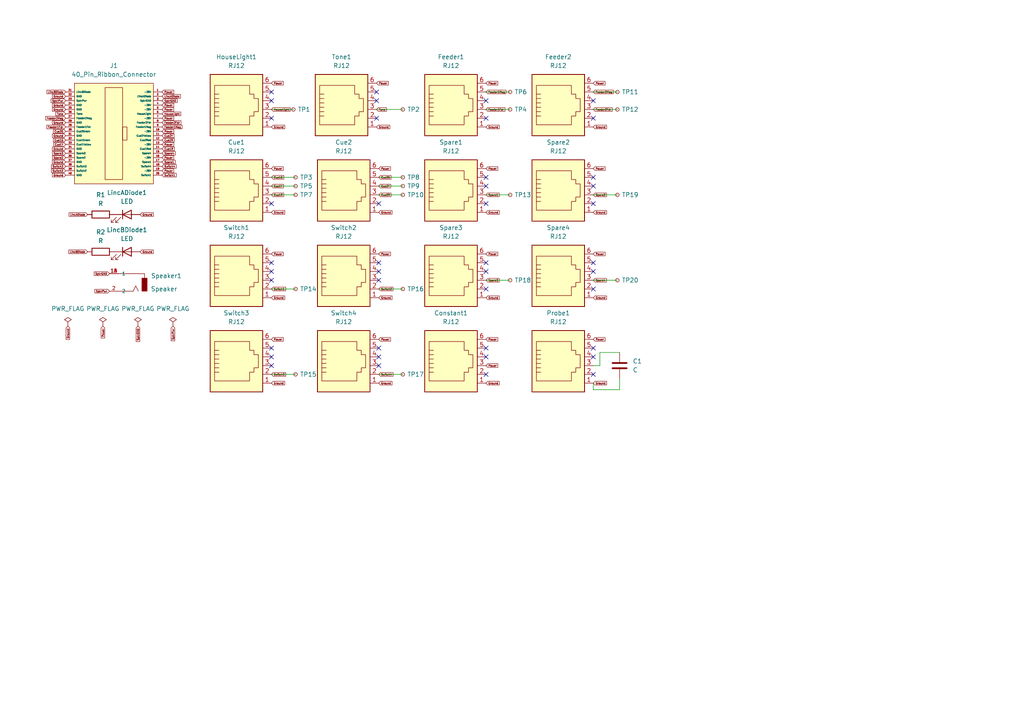
<source format=kicad_sch>
(kicad_sch (version 20211123) (generator eeschema)
  (paper "A4")
  (lib_symbols
    (symbol "Connector:RJ12" (pin_names (offset 1.016))
      (property "Reference" "J" (at -5.08 11.43 0))
      (property "Value" "RJ12" (at 2.54 11.43 0))
      (symbol "RJ12_0_1"
        (polyline (pts (xy -6.35 -1.905) (xy -5.08 -1.905) (xy -5.08 -1.905)))
        (polyline (pts (xy -6.35 -0.635) (xy -5.08 -0.635) (xy -5.08 -0.635)))
        (polyline (pts (xy -6.35 0.635) (xy -5.08 0.635) (xy -5.08 0.635)))
        (polyline (pts (xy -6.35 1.905) (xy -5.08 1.905) (xy -5.08 1.905)))
        (polyline (pts (xy -6.35 3.175) (xy -5.08 3.175) (xy -5.08 3.175)))
        (polyline (pts (xy -5.08 4.445) (xy -6.35 4.445) (xy -6.35 4.445)))
        (polyline (pts (xy -6.35 -4.445) (xy -6.35 6.985) (xy 3.81 6.985) (xy 3.81 4.445) (xy 5.08 4.445) (xy 5.08 3.175) (xy 6.35 3.175) (xy 6.35 -0.635) (xy 5.08 -0.635) (xy 5.08 -1.905) (xy 3.81 -1.905) (xy 3.81 -4.445) (xy -6.35 -4.445) (xy -6.35 -4.445)))
        (rectangle (start 7.62 10.16) (end -7.62 -7.62) (stroke (width 0.254)) (fill (type background)))
      )
      (symbol "RJ12_1_1"
        (pin passive line (at 10.16 -5.08 180) (length 2.54) (name "~") (number "1"))
        (pin passive line (at 10.16 -2.54 180) (length 2.54) (name "~") (number "2"))
        (pin passive line (at 10.16 0 180) (length 2.54) (name "~") (number "3"))
        (pin passive line (at 10.16 2.54 180) (length 2.54) (name "~") (number "4"))
        (pin passive line (at 10.16 5.08 180) (length 2.54) (name "~") (number "5"))
        (pin passive line (at 10.16 7.62 180) (length 2.54) (name "~") (number "6"))
      )
    )
    (symbol "Connector:TestPoint_Small" (pin_numbers hide) (pin_names (offset 0.762) hide)
      (property "Reference" "TP" (at 0 3.81 0))
      (property "Value" "TestPoint_Small" (at 0 2.032 0))
      (symbol "TestPoint_Small_0_1"
        (circle (center 0 0) (radius 0.508))
      )
      (symbol "TestPoint_Small_1_1"
        (pin passive line (at 0 0 90) (length 0) (name "1") (number "1"))
      )
    )
    (symbol "Device:C" (pin_numbers hide) (pin_names (offset 0.254))
      (property "Reference" "C" (at 0.635 2.54 0))
      (property "Value" "C" (at 0.635 -2.54 0))
      (symbol "C_0_1"
        (polyline (pts (xy -2.032 -0.762) (xy 2.032 -0.762)) (stroke (width 0.508)))
        (polyline (pts (xy -2.032 0.762) (xy 2.032 0.762)) (stroke (width 0.508)))
      )
      (symbol "C_1_1"
        (pin passive line (at 0 3.81 270) (length 2.794) (name "~") (number "1"))
        (pin passive line (at 0 -3.81 90) (length 2.794) (name "~") (number "2"))
      )
    )
    (symbol "Device:LED" (pin_numbers hide) (pin_names (offset 1.016) hide)
      (property "Reference" "D" (at 0 2.54 0))
      (property "Value" "LED" (at 0 -2.54 0))
      (symbol "LED_0_1"
        (polyline (pts (xy -1.27 -1.27) (xy -1.27 1.27)) (stroke (width 0.254)))
        (polyline (pts (xy -1.27 0) (xy 1.27 0)))
        (polyline (pts (xy 1.27 -1.27) (xy 1.27 1.27) (xy -1.27 0) (xy 1.27 -1.27)) (stroke (width 0.254)))
        (polyline (pts (xy -3.048 -0.762) (xy -4.572 -2.286) (xy -3.81 -2.286) (xy -4.572 -2.286) (xy -4.572 -1.524)))
        (polyline (pts (xy -1.778 -0.762) (xy -3.302 -2.286) (xy -2.54 -2.286) (xy -3.302 -2.286) (xy -3.302 -1.524)))
      )
      (symbol "LED_1_1"
        (pin passive line (at -3.81 0 0) (length 2.54) (name "K") (number "1"))
        (pin passive line (at 3.81 0 180) (length 2.54) (name "A") (number "2"))
      )
    )
    (symbol "Device:R" (pin_numbers hide) (pin_names (offset 0))
      (property "Reference" "R" (at 2.032 0 90))
      (property "Value" "R" (at 0 0 90))
      (symbol "R_0_1"
        (rectangle (start -1.016 -2.54) (end 1.016 2.54) (stroke (width 0.254)))
      )
      (symbol "R_1_1"
        (pin passive line (at 0 3.81 270) (length 1.27) (name "~") (number "1"))
        (pin passive line (at 0 -3.81 90) (length 1.27) (name "~") (number "2"))
      )
    )
    (symbol "RCJ-021:RCJ-021" (pin_names (offset 1.016))
      (property "Reference" "J" (at -2.5434 3.815 0))
      (property "Value" "RCJ-021" (at -2.5418 -6.3546 0))
      (symbol "RCJ-021_0_0"
        (rectangle (start -3.307 -2.5438) (end -1.778 1.27) (stroke (width 0.1)) (fill (type outline)))
        (polyline (pts (xy -2.54 2.54) (xy -2.54 1.27)) (stroke (width 0.1524)))
        (polyline (pts (xy 0 -1.016) (xy -0.762 -2.54)) (stroke (width 0.1524)))
        (polyline (pts (xy 0.762 -2.54) (xy 0 -1.016)) (stroke (width 0.1524)))
        (polyline (pts (xy 2.54 -2.54) (xy 0.762 -2.54)) (stroke (width 0.1524)))
        (polyline (pts (xy 5.08 -2.54) (xy 2.54 -2.54)) (stroke (width 0.1524)))
        (polyline (pts (xy 5.08 2.54) (xy -2.54 2.54)) (stroke (width 0.1524)))
        (pin passive line (at 7.62 2.54 180) (length 2.54) (name "1") (number "1A"))
        (pin passive line (at 7.62 2.54 180) (length 2.54) (name "1") (number "1B"))
        (pin passive line (at 7.62 -2.54 180) (length 2.54) (name "2") (number "2"))
      )
    )
    (symbol "TNEL:40_Pin_Ribbon_Connector"
      (property "Reference" "J1" (at -7.62 16.51 0))
      (property "Value" "40_Pin_Ribbon_Connector" (at -7.62 13.97 0))
      (symbol "40_Pin_Ribbon_Connector_0_1"
        (rectangle (start -19.05 11.43) (end 3.81 -17.78) (fill (type background)))
        (rectangle (start -10.16 10.16) (end -5.08 -16.51) (fill (type background)))
        (rectangle (start -5.08 -1.27) (end -3.81 -5.08) (fill (type background)))
      )
      (symbol "40_Pin_Ribbon_Connector_1_1"
        (pin power_in line (at 6.35 8.89 180) (length 2.54) (name "-28V") (number "1"))
        (pin power_in line (at 6.35 -2.54 180) (length 2.54) (name "-28V") (number "10"))
        (pin input line (at 6.35 -3.81 180) (length 2.54) (name "Cue2Yellow") (number "11"))
        (pin input line (at 6.35 -5.08 180) (length 2.54) (name "Cue2Red") (number "12"))
        (pin power_in line (at 6.35 -6.35 180) (length 2.54) (name "-28V") (number "13"))
        (pin input line (at 6.35 -7.62 180) (length 2.54) (name "Cue1Red") (number "14"))
        (pin input line (at 6.35 -8.89 180) (length 2.54) (name "Spare4") (number "15"))
        (pin power_in line (at 6.35 -10.16 180) (length 2.54) (name "-28V") (number "16"))
        (pin input line (at 6.35 -11.43 180) (length 2.54) (name "Spare1") (number "17"))
        (pin output line (at 6.35 -12.7 180) (length 2.54) (name "Switch4") (number "18"))
        (pin power_in line (at 6.35 -13.97 180) (length 2.54) (name "-28V") (number "19"))
        (pin output line (at 6.35 7.62 180) (length 2.54) (name "LincADiode") (number "2"))
        (pin output line (at 6.35 -15.24 180) (length 2.54) (name "Switch1") (number "20"))
        (pin output line (at -21.59 8.89 0) (length 2.54) (name "LincBDiode") (number "21"))
        (pin power_in line (at -21.59 7.62 0) (length 2.54) (name "GND") (number "22"))
        (pin input line (at -21.59 6.35 0) (length 2.54) (name "SpkrPwr") (number "23"))
        (pin power_in line (at -21.59 5.08 0) (length 2.54) (name "GND") (number "24"))
        (pin power_in line (at -21.59 3.81 0) (length 2.54) (name "GND") (number "25"))
        (pin input line (at -21.59 2.54 0) (length 2.54) (name "Tone") (number "26"))
        (pin input line (at -21.59 1.27 0) (length 2.54) (name "Feeder2Mag") (number "27"))
        (pin power_in line (at -21.59 0 0) (length 2.54) (name "GND") (number "28"))
        (pin input line (at -21.59 -1.27 0) (length 2.54) (name "Feeder1Fdr") (number "29"))
        (pin input line (at 6.35 6.35 180) (length 2.54) (name "SpkrGND") (number "3"))
        (pin input line (at -21.59 -2.54 0) (length 2.54) (name "Cue2Green") (number "30"))
        (pin power_in line (at -21.59 -3.81 0) (length 2.54) (name "GND") (number "31"))
        (pin input line (at -21.59 -5.08 0) (length 2.54) (name "Cue1Green") (number "32"))
        (pin input line (at -21.59 -6.35 0) (length 2.54) (name "Cue1Yellow") (number "33"))
        (pin power_in line (at -21.59 -7.62 0) (length 2.54) (name "GND") (number "34"))
        (pin input line (at -21.59 -8.89 0) (length 2.54) (name "Spare3") (number "35"))
        (pin input line (at -21.59 -10.16 0) (length 2.54) (name "Spare2") (number "36"))
        (pin power_in line (at -21.59 -11.43 0) (length 2.54) (name "GND") (number "37"))
        (pin output line (at -21.59 -12.7 0) (length 2.54) (name "Switch3") (number "38"))
        (pin output line (at -21.59 -13.97 0) (length 2.54) (name "Switch2") (number "39"))
        (pin power_in line (at 6.35 5.08 180) (length 2.54) (name "-28V") (number "4"))
        (pin power_in line (at -21.59 -15.24 0) (length 2.54) (name "GND") (number "40"))
        (pin power_in line (at 6.35 3.81 180) (length 2.54) (name "-28V") (number "5"))
        (pin input line (at 6.35 2.54 180) (length 2.54) (name "HouseLight") (number "6"))
        (pin power_in line (at 6.35 1.27 180) (length 2.54) (name "-28V") (number "7"))
        (pin input line (at 6.35 0 180) (length 2.54) (name "Feeder2Fdr") (number "8"))
        (pin input line (at 6.35 -1.27 180) (length 2.54) (name "Feeder1Mag") (number "9"))
      )
    )
    (symbol "power:PWR_FLAG" (power) (pin_numbers hide) (pin_names (offset 0) hide)
      (property "Value" "PWR_FLAG" (at 0 3.81 0))
      (symbol "PWR_FLAG_0_0"
        (pin power_out line (at 0 0 90) (length 0) (name "pwr") (number "1"))
      )
      (symbol "PWR_FLAG_0_1"
        (polyline (pts (xy 0 0) (xy 0 1.27) (xy -1.016 1.905) (xy 0 2.54) (xy 1.016 1.905) (xy 0 1.27)))
      )
    )
  )
  (no_connect (at 140.97 29.21))
  (no_connect (at 172.085 29.21))
  (no_connect (at 140.97 100.965))
  (no_connect (at 140.97 103.505))
  (no_connect (at 140.97 108.585))
  (no_connect (at 172.085 100.965))
  (no_connect (at 172.085 103.505))
  (no_connect (at 172.085 108.585))
  (no_connect (at 172.085 83.82))
  (no_connect (at 172.085 78.74))
  (no_connect (at 172.085 76.2))
  (no_connect (at 140.97 78.74))
  (no_connect (at 140.97 76.2))
  (no_connect (at 140.97 83.82))
  (no_connect (at 109.855 106.045))
  (no_connect (at 109.855 78.74))
  (no_connect (at 109.855 81.28))
  (no_connect (at 109.855 76.2))
  (no_connect (at 78.74 81.28))
  (no_connect (at 109.855 103.505))
  (no_connect (at 109.855 100.965))
  (no_connect (at 78.74 106.045))
  (no_connect (at 78.74 103.505))
  (no_connect (at 78.74 100.965))
  (no_connect (at 78.74 59.055))
  (no_connect (at 78.74 76.2))
  (no_connect (at 78.74 78.74))
  (no_connect (at 78.74 34.29))
  (no_connect (at 78.74 29.21))
  (no_connect (at 78.74 26.67))
  (no_connect (at 109.855 59.055))
  (no_connect (at 109.22 29.21))
  (no_connect (at 109.22 26.67))
  (no_connect (at 140.97 34.29))
  (no_connect (at 140.97 59.055))
  (no_connect (at 140.97 53.975))
  (no_connect (at 140.97 51.435))
  (no_connect (at 172.085 34.29))
  (no_connect (at 172.085 51.435))
  (no_connect (at 172.085 53.975))
  (no_connect (at 172.085 59.055))
  (no_connect (at 109.22 34.29))
  (wire (pts (xy 109.855 53.975) (xy 116.84 53.975)))
  (wire (pts (xy 78.74 108.585) (xy 85.725 108.585)))
  (wire (pts (xy 140.97 31.75) (xy 147.955 31.75)))
  (wire (pts (xy 78.74 56.515) (xy 85.725 56.515)))
  (wire (pts (xy 172.085 56.515) (xy 179.07 56.515)))
  (wire (pts (xy 140.97 26.67) (xy 147.955 26.67)))
  (wire (pts (xy 78.74 51.435) (xy 85.725 51.435)))
  (wire (pts (xy 179.705 113.03) (xy 172.085 113.03)))
  (wire (pts (xy 109.855 56.515) (xy 116.84 56.515)))
  (wire (pts (xy 173.99 106.045) (xy 172.085 106.045)))
  (wire (pts (xy 78.74 31.75) (xy 85.09 31.75)))
  (wire (pts (xy 140.97 81.28) (xy 147.955 81.28)))
  (wire (pts (xy 172.085 26.67) (xy 179.07 26.67)))
  (wire (pts (xy 179.705 102.235) (xy 173.99 102.235)))
  (wire (pts (xy 179.705 109.855) (xy 179.705 113.03)))
  (wire (pts (xy 140.97 56.515) (xy 147.955 56.515)))
  (wire (pts (xy 109.855 83.82) (xy 116.84 83.82)))
  (wire (pts (xy 78.74 83.82) (xy 85.725 83.82)))
  (wire (pts (xy 109.855 51.435) (xy 116.84 51.435)))
  (wire (pts (xy 78.74 53.975) (xy 85.725 53.975)))
  (wire (pts (xy 172.085 31.75) (xy 179.07 31.75)))
  (wire (pts (xy 109.855 108.585) (xy 116.84 108.585)))
  (wire (pts (xy 172.085 113.03) (xy 172.085 111.125)))
  (wire (pts (xy 172.085 81.28) (xy 179.07 81.28)))
  (wire (pts (xy 109.22 31.75) (xy 116.84 31.75)))
  (wire (pts (xy 173.99 102.235) (xy 173.99 106.045)))
  (global_label "Power" (shape input) (at 46.99 45.72 0) (effects (font (size 0.54 0.54))) (property "Intersheet References" "${INTERSHEET_REFS}" (effects hide)))
  (global_label "Ground" (shape input) (at 19.685 94.615 270) (effects (font (size 0.54 0.54))) (property "Intersheet References" "${INTERSHEET_REFS}" (effects hide)))
  (global_label "Power" (shape input) (at 78.74 73.66 0) (effects (font (size 0.54 0.54))) (property "Intersheet References" "${INTERSHEET_REFS}" (effects hide)))
  (global_label "Switch4" (shape input) (at 46.99 48.26 0) (effects (font (size 0.54 0.54))) (property "Intersheet References" "${INTERSHEET_REFS}" (effects hide)))
  (global_label "Power" (shape input) (at 109.22 24.13 0) (effects (font (size 0.54 0.54))) (property "Intersheet References" "${INTERSHEET_REFS}" (effects hide)))
  (global_label "LincADiode" (shape input) (at 25.4 62.23 180) (effects (font (size 0.54 0.54))) (property "Intersheet References" "${INTERSHEET_REFS}" (effects hide)))
  (global_label "Power" (shape input) (at 46.99 41.91 0) (effects (font (size 0.54 0.54))) (property "Intersheet References" "${INTERSHEET_REFS}" (effects hide)))
  (global_label "Ground" (shape input) (at 19.05 30.48 180) (effects (font (size 0.54 0.54))) (property "Intersheet References" "${INTERSHEET_REFS}" (effects hide)))
  (global_label "Switch4" (shape input) (at 109.855 108.585 0) (effects (font (size 0.54 0.54))) (property "Intersheet References" "${INTERSHEET_REFS}" (effects hide)))
  (global_label "Ground" (shape input) (at 109.22 36.83 0) (effects (font (size 0.54 0.54))) (property "Intersheet References" "${INTERSHEET_REFS}" (effects hide)))
  (global_label "Ground" (shape input) (at 19.05 31.75 180) (effects (font (size 0.54 0.54))) (property "Intersheet References" "${INTERSHEET_REFS}" (effects hide)))
  (global_label "Cue2G" (shape input) (at 109.855 51.435 0) (effects (font (size 0.54 0.54))) (property "Intersheet References" "${INTERSHEET_REFS}" (effects hide)))
  (global_label "Feeder1Fdr" (shape input) (at 140.97 31.75 0) (effects (font (size 0.54 0.54))) (property "Intersheet References" "${INTERSHEET_REFS}" (effects hide)))
  (global_label "Tone" (shape input) (at 19.05 33.02 180) (effects (font (size 0.54 0.54))) (property "Intersheet References" "${INTERSHEET_REFS}" (effects hide)))
  (global_label "Power" (shape input) (at 140.97 73.66 0) (effects (font (size 0.54 0.54))) (property "Intersheet References" "${INTERSHEET_REFS}" (effects hide)))
  (global_label "SpkrPwr" (shape input) (at 19.05 29.21 180) (effects (font (size 0.54 0.54))) (property "Intersheet References" "${INTERSHEET_REFS}" (effects hide)))
  (global_label "Spare4" (shape input) (at 46.99 44.45 0) (effects (font (size 0.54 0.54))) (property "Intersheet References" "${INTERSHEET_REFS}" (effects hide)))
  (global_label "Power" (shape input) (at 140.97 24.13 0) (effects (font (size 0.54 0.54))) (property "Intersheet References" "${INTERSHEET_REFS}" (effects hide)))
  (global_label "Spare4" (shape input) (at 172.085 81.28 0) (effects (font (size 0.54 0.54))) (property "Intersheet References" "${INTERSHEET_REFS}" (effects hide)))
  (global_label "Ground" (shape input) (at 109.855 86.36 0) (effects (font (size 0.54 0.54))) (property "Intersheet References" "${INTERSHEET_REFS}" (effects hide)))
  (global_label "Ground" (shape input) (at 172.085 61.595 0) (effects (font (size 0.54 0.54))) (property "Intersheet References" "${INTERSHEET_REFS}" (effects hide)))
  (global_label "Spare1" (shape input) (at 140.97 56.515 0) (effects (font (size 0.54 0.54))) (property "Intersheet References" "${INTERSHEET_REFS}" (effects hide)))
  (global_label "Cue2R" (shape input) (at 109.855 56.515 0) (effects (font (size 0.54 0.54))) (property "Intersheet References" "${INTERSHEET_REFS}" (effects hide)))
  (global_label "Switch3" (shape input) (at 78.74 108.585 0) (effects (font (size 0.54 0.54))) (property "Intersheet References" "${INTERSHEET_REFS}" (effects hide)))
  (global_label "Ground" (shape input) (at 172.085 111.125 0) (effects (font (size 0.54 0.54))) (property "Intersheet References" "${INTERSHEET_REFS}" (effects hide)))
  (global_label "Ground" (shape input) (at 19.05 39.37 180) (effects (font (size 0.54 0.54))) (property "Intersheet References" "${INTERSHEET_REFS}" (effects hide)))
  (global_label "Ground" (shape input) (at 109.855 61.595 0) (effects (font (size 0.54 0.54))) (property "Intersheet References" "${INTERSHEET_REFS}" (effects hide)))
  (global_label "Power" (shape input) (at 140.97 106.045 0) (effects (font (size 0.54 0.54))) (property "Intersheet References" "${INTERSHEET_REFS}" (effects hide)))
  (global_label "Cue2Y" (shape input) (at 109.855 53.975 0) (effects (font (size 0.54 0.54))) (property "Intersheet References" "${INTERSHEET_REFS}" (effects hide)))
  (global_label "Cue1Y" (shape input) (at 19.05 41.91 180) (effects (font (size 0.54 0.54))) (property "Intersheet References" "${INTERSHEET_REFS}" (effects hide)))
  (global_label "Ground" (shape input) (at 19.05 27.94 180) (effects (font (size 0.54 0.54))) (property "Intersheet References" "${INTERSHEET_REFS}" (effects hide)))
  (global_label "Feeder2Mag" (shape input) (at 19.05 34.29 180) (effects (font (size 0.54 0.54))) (property "Intersheet References" "${INTERSHEET_REFS}" (effects hide)))
  (global_label "Ground" (shape input) (at 140.97 111.125 0) (effects (font (size 0.54 0.54))) (property "Intersheet References" "${INTERSHEET_REFS}" (effects hide)))
  (global_label "Spare3" (shape input) (at 140.97 81.28 0) (effects (font (size 0.54 0.54))) (property "Intersheet References" "${INTERSHEET_REFS}" (effects hide)))
  (global_label "Ground" (shape input) (at 19.05 50.8 180) (effects (font (size 0.54 0.54))) (property "Intersheet References" "${INTERSHEET_REFS}" (effects hide)))
  (global_label "Ground" (shape input) (at 172.085 36.83 0) (effects (font (size 0.54 0.54))) (property "Intersheet References" "${INTERSHEET_REFS}" (effects hide)))
  (global_label "Power" (shape input) (at 109.855 98.425 0) (effects (font (size 0.54 0.54))) (property "Intersheet References" "${INTERSHEET_REFS}" (effects hide)))
  (global_label "Ground" (shape input) (at 140.97 86.36 0) (effects (font (size 0.54 0.54))) (property "Intersheet References" "${INTERSHEET_REFS}" (effects hide)))
  (global_label "Feeder1Mag" (shape input) (at 46.99 36.83 0) (effects (font (size 0.54 0.54))) (property "Intersheet References" "${INTERSHEET_REFS}" (effects hide)))
  (global_label "Ground" (shape input) (at 78.74 86.36 0) (effects (font (size 0.54 0.54))) (property "Intersheet References" "${INTERSHEET_REFS}" (effects hide)))
  (global_label "Power" (shape input) (at 109.855 73.66 0) (effects (font (size 0.54 0.54))) (property "Intersheet References" "${INTERSHEET_REFS}" (effects hide)))
  (global_label "SpkrGND" (shape input) (at 31.75 79.375 180) (effects (font (size 0.54 0.54))) (property "Intersheet References" "${INTERSHEET_REFS}" (effects hide)))
  (global_label "Ground" (shape input) (at 140.97 61.595 0) (effects (font (size 0.54 0.54))) (property "Intersheet References" "${INTERSHEET_REFS}" (effects hide)))
  (global_label "Cue1R" (shape input) (at 78.74 56.515 0) (effects (font (size 0.54 0.54))) (property "Intersheet References" "${INTERSHEET_REFS}" (effects hide)))
  (global_label "Switch2" (shape input) (at 109.855 83.82 0) (effects (font (size 0.54 0.54))) (property "Intersheet References" "${INTERSHEET_REFS}" (effects hide)))
  (global_label "Ground" (shape input) (at 78.74 36.83 0) (effects (font (size 0.54 0.54))) (property "Intersheet References" "${INTERSHEET_REFS}" (effects hide)))
  (global_label "Power" (shape input) (at 109.855 48.895 0) (effects (font (size 0.54 0.54))) (property "Intersheet References" "${INTERSHEET_REFS}" (effects hide)))
  (global_label "Ground" (shape input) (at 40.64 73.025 0) (effects (font (size 0.54 0.54))) (property "Intersheet References" "${INTERSHEET_REFS}" (effects hide)))
  (global_label "Cue1Y" (shape input) (at 78.74 53.975 0) (effects (font (size 0.54 0.54))) (property "Intersheet References" "${INTERSHEET_REFS}" (effects hide)))
  (global_label "Power" (shape input) (at 172.085 24.13 0) (effects (font (size 0.54 0.54))) (property "Intersheet References" "${INTERSHEET_REFS}" (effects hide)))
  (global_label "Switch1" (shape input) (at 78.74 83.82 0) (effects (font (size 0.54 0.54))) (property "Intersheet References" "${INTERSHEET_REFS}" (effects hide)))
  (global_label "Power" (shape input) (at 172.085 48.895 0) (effects (font (size 0.54 0.54))) (property "Intersheet References" "${INTERSHEET_REFS}" (effects hide)))
  (global_label "SpkrPwr" (shape input) (at 50.165 94.615 270) (effects (font (size 0.54 0.54))) (property "Intersheet References" "${INTERSHEET_REFS}" (effects hide)))
  (global_label "Feeder2Fdr" (shape input) (at 46.99 35.56 0) (effects (font (size 0.54 0.54))) (property "Intersheet References" "${INTERSHEET_REFS}" (effects hide)))
  (global_label "Ground" (shape input) (at 40.64 62.23 0) (effects (font (size 0.54 0.54))) (property "Intersheet References" "${INTERSHEET_REFS}" (effects hide)))
  (global_label "Power" (shape input) (at 78.74 98.425 0) (effects (font (size 0.54 0.54))) (property "Intersheet References" "${INTERSHEET_REFS}" (effects hide)))
  (global_label "Power" (shape input) (at 46.99 38.1 0) (effects (font (size 0.54 0.54))) (property "Intersheet References" "${INTERSHEET_REFS}" (effects hide)))
  (global_label "Ground" (shape input) (at 140.97 36.83 0) (effects (font (size 0.54 0.54))) (property "Intersheet References" "${INTERSHEET_REFS}" (effects hide)))
  (global_label "SpkrPwr" (shape input) (at 31.75 84.455 180) (effects (font (size 0.54 0.54))) (property "Intersheet References" "${INTERSHEET_REFS}" (effects hide)))
  (global_label "SpkrGND" (shape input) (at 46.99 29.21 0) (effects (font (size 0.54 0.54))) (property "Intersheet References" "${INTERSHEET_REFS}" (effects hide)))
  (global_label "Tone" (shape input) (at 109.22 31.75 0) (effects (font (size 0.54 0.54))) (property "Intersheet References" "${INTERSHEET_REFS}" (effects hide)))
  (global_label "Feeder1Mag" (shape input) (at 140.97 26.67 0) (effects (font (size 0.54 0.54))) (property "Intersheet References" "${INTERSHEET_REFS}" (effects hide)))
  (global_label "Ground" (shape input) (at 19.05 35.56 180) (effects (font (size 0.54 0.54))) (property "Intersheet References" "${INTERSHEET_REFS}" (effects hide)))
  (global_label "Cue1G" (shape input) (at 19.05 40.64 180) (effects (font (size 0.54 0.54))) (property "Intersheet References" "${INTERSHEET_REFS}" (effects hide)))
  (global_label "Feeder2Fdr" (shape input) (at 172.085 31.75 0) (effects (font (size 0.54 0.54))) (property "Intersheet References" "${INTERSHEET_REFS}" (effects hide)))
  (global_label "Ground" (shape input) (at 109.855 111.125 0) (effects (font (size 0.54 0.54))) (property "Intersheet References" "${INTERSHEET_REFS}" (effects hide)))
  (global_label "Switch3" (shape input) (at 19.05 48.26 180) (effects (font (size 0.54 0.54))) (property "Intersheet References" "${INTERSHEET_REFS}" (effects hide)))
  (global_label "HouseLight" (shape input) (at 46.99 33.02 0) (effects (font (size 0.54 0.54))) (property "Intersheet References" "${INTERSHEET_REFS}" (effects hide)))
  (global_label "Power" (shape input) (at 46.99 26.67 0) (effects (font (size 0.54 0.54))) (property "Intersheet References" "${INTERSHEET_REFS}" (effects hide)))
  (global_label "Ground" (shape input) (at 78.74 111.125 0) (effects (font (size 0.54 0.54))) (property "Intersheet References" "${INTERSHEET_REFS}" (effects hide)))
  (global_label "Power" (shape input) (at 78.74 48.895 0) (effects (font (size 0.54 0.54))) (property "Intersheet References" "${INTERSHEET_REFS}" (effects hide)))
  (global_label "Spare1" (shape input) (at 46.99 46.99 0) (effects (font (size 0.54 0.54))) (property "Intersheet References" "${INTERSHEET_REFS}" (effects hide)))
  (global_label "Cue2Y" (shape input) (at 46.99 39.37 0) (effects (font (size 0.54 0.54))) (property "Intersheet References" "${INTERSHEET_REFS}" (effects hide)))
  (global_label "Switch1" (shape input) (at 46.99 50.8 0) (effects (font (size 0.54 0.54))) (property "Intersheet References" "${INTERSHEET_REFS}" (effects hide)))
  (global_label "Power" (shape input) (at 172.085 73.66 0) (effects (font (size 0.54 0.54))) (property "Intersheet References" "${INTERSHEET_REFS}" (effects hide)))
  (global_label "Power" (shape input) (at 172.085 98.425 0) (effects (font (size 0.54 0.54))) (property "Intersheet References" "${INTERSHEET_REFS}" (effects hide)))
  (global_label "LincBDiode" (shape input) (at 19.05 26.67 180) (effects (font (size 0.54 0.54))) (property "Intersheet References" "${INTERSHEET_REFS}" (effects hide)))
  (global_label "Spare3" (shape input) (at 19.05 44.45 180) (effects (font (size 0.54 0.54))) (property "Intersheet References" "${INTERSHEET_REFS}" (effects hide)))
  (global_label "Power" (shape input) (at 78.74 24.13 0) (effects (font (size 0.54 0.54))) (property "Intersheet References" "${INTERSHEET_REFS}" (effects hide)))
  (global_label "Power" (shape input) (at 140.97 98.425 0) (effects (font (size 0.54 0.54))) (property "Intersheet References" "${INTERSHEET_REFS}" (effects hide)))
  (global_label "Power" (shape input) (at 46.99 30.48 0) (effects (font (size 0.54 0.54))) (property "Intersheet References" "${INTERSHEET_REFS}" (effects hide)))
  (global_label "Cue2R" (shape input) (at 46.99 40.64 0) (effects (font (size 0.54 0.54))) (property "Intersheet References" "${INTERSHEET_REFS}" (effects hide)))
  (global_label "LincBDiode" (shape input) (at 25.4 73.025 180) (effects (font (size 0.54 0.54))) (property "Intersheet References" "${INTERSHEET_REFS}" (effects hide)))
  (global_label "Switch2" (shape input) (at 19.05 49.53 180) (effects (font (size 0.54 0.54))) (property "Intersheet References" "${INTERSHEET_REFS}" (effects hide)))
  (global_label "Ground" (shape input) (at 19.05 43.18 180) (effects (font (size 0.54 0.54))) (property "Intersheet References" "${INTERSHEET_REFS}" (effects hide)))
  (global_label "HouseLight" (shape input) (at 78.74 31.75 0) (effects (font (size 0.54 0.54))) (property "Intersheet References" "${INTERSHEET_REFS}" (effects hide)))
  (global_label "Power" (shape input) (at 46.99 49.53 0) (effects (font (size 0.54 0.54))) (property "Intersheet References" "${INTERSHEET_REFS}" (effects hide)))
  (global_label "Power" (shape input) (at 29.845 94.615 270) (effects (font (size 0.54 0.54))) (property "Intersheet References" "${INTERSHEET_REFS}" (effects hide)))
  (global_label "Ground" (shape input) (at 172.085 86.36 0) (effects (font (size 0.54 0.54))) (property "Intersheet References" "${INTERSHEET_REFS}" (effects hide)))
  (global_label "Cue1G" (shape input) (at 78.74 51.435 0) (effects (font (size 0.54 0.54))) (property "Intersheet References" "${INTERSHEET_REFS}" (effects hide)))
  (global_label "Power" (shape input) (at 46.99 34.29 0) (effects (font (size 0.54 0.54))) (property "Intersheet References" "${INTERSHEET_REFS}" (effects hide)))
  (global_label "LincADiode" (shape input) (at 46.99 27.94 0) (effects (font (size 0.54 0.54))) (property "Intersheet References" "${INTERSHEET_REFS}" (effects hide)))
  (global_label "Spare2" (shape input) (at 19.05 45.72 180) (effects (font (size 0.54 0.54))) (property "Intersheet References" "${INTERSHEET_REFS}" (effects hide)))
  (global_label "Cue1R" (shape input) (at 46.99 43.18 0) (effects (font (size 0.54 0.54))) (property "Intersheet References" "${INTERSHEET_REFS}" (effects hide)))
  (global_label "Feeder2Mag" (shape input) (at 172.085 26.67 0) (effects (font (size 0.54 0.54))) (property "Intersheet References" "${INTERSHEET_REFS}" (effects hide)))
  (global_label "Ground" (shape input) (at 78.74 61.595 0) (effects (font (size 0.54 0.54))) (property "Intersheet References" "${INTERSHEET_REFS}" (effects hide)))
  (global_label "Spare2" (shape input) (at 172.085 56.515 0) (effects (font (size 0.54 0.54))) (property "Intersheet References" "${INTERSHEET_REFS}" (effects hide)))
  (global_label "Power" (shape input) (at 46.99 31.75 0) (effects (font (size 0.54 0.54))) (property "Intersheet References" "${INTERSHEET_REFS}" (effects hide)))
  (global_label "SpkrGND" (shape input) (at 40.005 94.615 270) (effects (font (size 0.54 0.54))) (property "Intersheet References" "${INTERSHEET_REFS}" (effects hide)))
  (global_label "Feeder1Fdr" (shape input) (at 19.05 36.83 180) (effects (font (size 0.54 0.54))) (property "Intersheet References" "${INTERSHEET_REFS}" (effects hide)))
  (global_label "Ground" (shape input) (at 19.05 46.99 180) (effects (font (size 0.54 0.54))) (property "Intersheet References" "${INTERSHEET_REFS}" (effects hide)))
  (global_label "Cue2G" (shape input) (at 19.05 38.1 180) (effects (font (size 0.54 0.54))) (property "Intersheet References" "${INTERSHEET_REFS}" (effects hide)))
  (global_label "Power" (shape input) (at 140.97 48.895 0) (effects (font (size 0.54 0.54))) (property "Intersheet References" "${INTERSHEET_REFS}" (effects hide)))
  (symbol (lib_id "Connector:RJ12") (at 68.58 56.515 0) (unit 1)
    (property "Reference" "Cue1" (at 68.58 41.275 0))
    (property "Value" "RJ12" (at 68.58 43.815 0))
    (property "Footprint" "Connector_RJ:RJ12_Amphenol_54601" (effects hide))
  )
  (symbol (lib_id "Connector:TestPoint_Small") (at 116.84 51.435 0) (unit 1)
    (property "Reference" "TP8" (at 118.11 51.4349 0) (effects (justify left)))
    (property "Value" "TestPoint_Small" (effects hide))
    (property "Footprint" "TestPoint:TestPoint_Pad_2.5x2.5mm" (effects hide))
  )
  (symbol (lib_id "Connector:RJ12") (at 68.58 81.28 0) (unit 1)
    (property "Reference" "Switch1" (at 68.58 66.04 0))
    (property "Value" "RJ12" (at 68.58 68.58 0))
    (property "Footprint" "Connector_RJ:RJ12_Amphenol_54601" (effects hide))
  )
  (symbol (lib_id "Device:LED") (at 36.83 73.025 0) (unit 1)
    (property "Reference" "LincBDiode1" (at 36.83 66.675 0))
    (property "Value" "LED" (at 36.83 69.215 0))
    (property "Footprint" "LED_THT:LED_D5.0mm" (effects hide))
  )
  (symbol (lib_id "Connector:TestPoint_Small") (at 179.07 31.75 0) (unit 1)
    (property "Reference" "TP12" (at 180.34 31.7499 0) (effects (justify left)))
    (property "Value" "TestPoint_Small" (effects hide))
    (property "Footprint" "TestPoint:TestPoint_Pad_2.5x2.5mm" (effects hide))
  )
  (symbol (lib_id "Connector:TestPoint_Small") (at 85.725 108.585 0) (unit 1)
    (property "Reference" "TP15" (at 86.995 108.5849 0) (effects (justify left)))
    (property "Value" "TestPoint_Small" (effects hide))
    (property "Footprint" "TestPoint:TestPoint_Pad_2.5x2.5mm" (effects hide))
  )
  (symbol (lib_id "Connector:TestPoint_Small") (at 179.07 81.28 0) (unit 1)
    (property "Reference" "TP20" (at 180.34 81.2799 0) (effects (justify left)))
    (property "Value" "TestPoint_Small" (effects hide))
    (property "Footprint" "TestPoint:TestPoint_Pad_2.5x2.5mm" (effects hide))
  )
  (symbol (lib_id "Connector:TestPoint_Small") (at 85.09 31.75 0) (unit 1)
    (property "Reference" "TP1" (at 86.36 31.7499 0) (effects (justify left)))
    (property "Value" "TestPoint_Small" (effects hide))
    (property "Footprint" "TestPoint:TestPoint_Pad_2.5x2.5mm" (effects hide))
  )
  (symbol (lib_id "Device:C") (at 179.705 106.045 0) (unit 1)
    (property "Reference" "C1" (at 183.515 104.7749 0) (effects (justify left)))
    (property "Value" "C" (at 183.515 107.3149 0) (effects (justify left)))
    (property "Footprint" "Capacitor_THT:C_Rect_L7.0mm_W2.0mm_P5.00mm" (effects hide))
  )
  (symbol (lib_id "Device:R") (at 29.21 62.23 270) (unit 1)
    (property "Reference" "R1" (at 29.21 56.515 90))
    (property "Value" "R" (at 29.21 59.055 90))
    (property "Footprint" "Resistor_THT:R_Axial_DIN0309_L9.0mm_D3.2mm_P12.70mm_Horizontal" (effects hide))
  )
  (symbol (lib_id "Connector:TestPoint_Small") (at 179.07 26.67 0) (unit 1)
    (property "Reference" "TP11" (at 180.34 26.6699 0) (effects (justify left)))
    (property "Value" "TestPoint_Small" (effects hide))
    (property "Footprint" "TestPoint:TestPoint_Pad_2.5x2.5mm" (effects hide))
  )
  (symbol (lib_id "power:PWR_FLAG") (at 19.685 94.615 0) (unit 1)
    (property "Reference" "#FLG01" (effects hide))
    (property "Value" "PWR_FLAG" (at 19.685 89.535 0))
  )
  (symbol (lib_id "Connector:RJ12") (at 99.695 56.515 0) (unit 1)
    (property "Reference" "Cue2" (at 99.695 41.275 0))
    (property "Value" "RJ12" (at 99.695 43.815 0))
    (property "Footprint" "Connector_RJ:RJ12_Amphenol_54601" (effects hide))
  )
  (symbol (lib_id "power:PWR_FLAG") (at 29.845 94.615 0) (unit 1)
    (property "Reference" "#FLG02" (effects hide))
    (property "Value" "PWR_FLAG" (at 29.845 89.535 0))
  )
  (symbol (lib_id "Connector:TestPoint_Small") (at 85.725 51.435 0) (unit 1)
    (property "Reference" "TP3" (at 86.995 51.4349 0) (effects (justify left)))
    (property "Value" "TestPoint_Small" (effects hide))
    (property "Footprint" "TestPoint:TestPoint_Pad_2.5x2.5mm" (effects hide))
  )
  (symbol (lib_id "Connector:TestPoint_Small") (at 85.725 83.82 0) (unit 1)
    (property "Reference" "TP14" (at 86.995 83.8199 0) (effects (justify left)))
    (property "Value" "TestPoint_Small" (effects hide))
    (property "Footprint" "TestPoint:TestPoint_Pad_2.5x2.5mm" (effects hide))
  )
  (symbol (lib_id "Connector:TestPoint_Small") (at 116.84 53.975 0) (unit 1)
    (property "Reference" "TP9" (at 118.11 53.9749 0) (effects (justify left)))
    (property "Value" "TestPoint_Small" (effects hide))
    (property "Footprint" "TestPoint:TestPoint_Pad_2.5x2.5mm" (effects hide))
  )
  (symbol (lib_id "Connector:RJ12") (at 99.06 31.75 0) (unit 1)
    (property "Reference" "Tone1" (at 99.06 16.51 0))
    (property "Value" "RJ12" (at 99.06 19.05 0))
    (property "Footprint" "Connector_RJ:RJ12_Amphenol_54601" (effects hide))
  )
  (symbol (lib_id "Connector:RJ12") (at 68.58 106.045 0) (unit 1)
    (property "Reference" "Switch3" (at 68.58 90.805 0))
    (property "Value" "RJ12" (at 68.58 93.345 0))
    (property "Footprint" "Connector_RJ:RJ12_Amphenol_54601" (effects hide))
  )
  (symbol (lib_id "Connector:RJ12") (at 68.58 31.75 0) (unit 1)
    (property "Reference" "HouseLight1" (at 68.58 16.51 0))
    (property "Value" "RJ12" (at 68.58 19.05 0))
    (property "Footprint" "Connector_RJ:RJ12_Amphenol_54601" (effects hide))
  )
  (symbol (lib_id "Connector:TestPoint_Small") (at 116.84 83.82 0) (unit 1)
    (property "Reference" "TP16" (at 118.11 83.8199 0) (effects (justify left)))
    (property "Value" "TestPoint_Small" (effects hide))
    (property "Footprint" "TestPoint:TestPoint_Pad_2.5x2.5mm" (effects hide))
  )
  (symbol (lib_id "Connector:RJ12") (at 99.695 81.28 0) (unit 1)
    (property "Reference" "Switch2" (at 99.695 66.04 0))
    (property "Value" "RJ12" (at 99.695 68.58 0))
    (property "Footprint" "Connector_RJ:RJ12_Amphenol_54601" (effects hide))
  )
  (symbol (lib_id "Connector:TestPoint_Small") (at 116.84 108.585 0) (unit 1)
    (property "Reference" "TP17" (at 118.11 108.5849 0) (effects (justify left)))
    (property "Value" "TestPoint_Small" (effects hide))
    (property "Footprint" "TestPoint:TestPoint_Pad_2.5x2.5mm" (effects hide))
  )
  (symbol (lib_id "TNEL:40_Pin_Ribbon_Connector") (at 40.64 35.56 0) (unit 1)
    (property "Reference" "J1" (at 33.02 19.05 0))
    (property "Value" "40_Pin_Ribbon_Connector" (at 33.02 21.59 0))
    (property "Footprint" "TNEL:40 Pin Ribbon Connector" (effects hide))
  )
  (symbol (lib_id "Connector:TestPoint_Small") (at 116.84 31.75 0) (unit 1)
    (property "Reference" "TP2" (at 118.11 31.7499 0) (effects (justify left)))
    (property "Value" "TestPoint_Small" (effects hide))
    (property "Footprint" "TestPoint:TestPoint_Pad_2.5x2.5mm" (effects hide))
  )
  (symbol (lib_id "Connector:TestPoint_Small") (at 85.725 53.975 0) (unit 1)
    (property "Reference" "TP5" (at 86.995 53.9749 0) (effects (justify left)))
    (property "Value" "TestPoint_Small" (effects hide))
    (property "Footprint" "TestPoint:TestPoint_Pad_2.5x2.5mm" (effects hide))
  )
  (symbol (lib_id "Connector:RJ12") (at 161.925 56.515 0) (unit 1)
    (property "Reference" "Spare2" (at 161.925 41.275 0))
    (property "Value" "RJ12" (at 161.925 43.815 0))
    (property "Footprint" "Connector_RJ:RJ12_Amphenol_54601" (effects hide))
  )
  (symbol (lib_id "Connector:RJ12") (at 161.925 31.75 0) (unit 1)
    (property "Reference" "Feeder2" (at 161.925 16.51 0))
    (property "Value" "RJ12" (at 161.925 19.05 0))
    (property "Footprint" "Connector_RJ:RJ12_Amphenol_54601" (effects hide))
  )
  (symbol (lib_id "Connector:RJ12") (at 161.925 106.045 0) (unit 1)
    (property "Reference" "Probe1" (at 161.925 90.805 0))
    (property "Value" "RJ12" (at 161.925 93.345 0))
    (property "Footprint" "Connector_RJ:RJ12_Amphenol_54601" (effects hide))
  )
  (symbol (lib_id "power:PWR_FLAG") (at 40.005 94.615 0) (unit 1)
    (property "Reference" "#FLG03" (effects hide))
    (property "Value" "PWR_FLAG" (at 40.005 89.535 0))
  )
  (symbol (lib_id "Device:R") (at 29.21 73.025 270) (unit 1)
    (property "Reference" "R2" (at 29.21 67.31 90))
    (property "Value" "R" (at 29.21 69.85 90))
    (property "Footprint" "Resistor_THT:R_Axial_DIN0309_L9.0mm_D3.2mm_P12.70mm_Horizontal" (effects hide))
  )
  (symbol (lib_id "Connector:RJ12") (at 130.81 106.045 0) (unit 1)
    (property "Reference" "Constant1" (at 130.81 90.805 0))
    (property "Value" "RJ12" (at 130.81 93.345 0))
    (property "Footprint" "Connector_RJ:RJ12_Amphenol_54601" (effects hide))
  )
  (symbol (lib_id "Connector:TestPoint_Small") (at 147.955 56.515 0) (unit 1)
    (property "Reference" "TP13" (at 149.225 56.5149 0) (effects (justify left)))
    (property "Value" "TestPoint_Small" (effects hide))
    (property "Footprint" "TestPoint:TestPoint_Pad_2.5x2.5mm" (effects hide))
  )
  (symbol (lib_id "power:PWR_FLAG") (at 50.165 94.615 0) (unit 1)
    (property "Reference" "#FLG04" (effects hide))
    (property "Value" "PWR_FLAG" (at 50.165 89.535 0))
  )
  (symbol (lib_id "RCJ-021:RCJ-021") (at 39.37 81.915 0) (mirror y) (unit 1)
    (property "Reference" "Speaker1" (at 52.705 80.01 0) (effects (justify left)))
    (property "Value" "Speaker" (at 51.435 83.82 0) (effects (justify left)))
    (property "Footprint" "CUI_RCJ-021" (effects hide))
    (property "STANDARD" "Manufacturer recommendations" (effects hide))
    (property "PART_REV" "B" (effects hide))
    (property "MANUFACTURER" "CUI Inc" (effects hide))
  )
  (symbol (lib_id "Connector:RJ12") (at 99.695 106.045 0) (unit 1)
    (property "Reference" "Switch4" (at 99.695 90.805 0))
    (property "Value" "RJ12" (at 99.695 93.345 0))
    (property "Footprint" "Connector_RJ:RJ12_Amphenol_54601" (effects hide))
  )
  (symbol (lib_id "Connector:TestPoint_Small") (at 147.955 26.67 0) (unit 1)
    (property "Reference" "TP6" (at 149.225 26.6699 0) (effects (justify left)))
    (property "Value" "TestPoint_Small" (effects hide))
    (property "Footprint" "TestPoint:TestPoint_Pad_2.5x2.5mm" (effects hide))
  )
  (symbol (lib_id "Connector:TestPoint_Small") (at 85.725 56.515 0) (unit 1)
    (property "Reference" "TP7" (at 86.995 56.5149 0) (effects (justify left)))
    (property "Value" "TestPoint_Small" (effects hide))
    (property "Footprint" "TestPoint:TestPoint_Pad_2.5x2.5mm" (effects hide))
  )
  (symbol (lib_id "Connector:RJ12") (at 161.925 81.28 0) (unit 1)
    (property "Reference" "Spare4" (at 161.925 66.04 0))
    (property "Value" "RJ12" (at 161.925 68.58 0))
    (property "Footprint" "Connector_RJ:RJ12_Amphenol_54601" (effects hide))
  )
  (symbol (lib_id "Connector:TestPoint_Small") (at 116.84 56.515 0) (unit 1)
    (property "Reference" "TP10" (at 118.11 56.5149 0) (effects (justify left)))
    (property "Value" "TestPoint_Small" (effects hide))
    (property "Footprint" "TestPoint:TestPoint_Pad_2.5x2.5mm" (effects hide))
  )
  (symbol (lib_id "Connector:RJ12") (at 130.81 56.515 0) (unit 1)
    (property "Reference" "Spare1" (at 130.81 41.275 0))
    (property "Value" "RJ12" (at 130.81 43.815 0))
    (property "Footprint" "Connector_RJ:RJ12_Amphenol_54601" (effects hide))
  )
  (symbol (lib_id "Device:LED") (at 36.83 62.23 0) (unit 1)
    (property "Reference" "LincADiode1" (at 36.83 55.88 0))
    (property "Value" "LED" (at 36.83 58.42 0))
    (property "Footprint" "LED_THT:LED_D5.0mm" (effects hide))
  )
  (symbol (lib_id "Connector:RJ12") (at 130.81 81.28 0) (unit 1)
    (property "Reference" "Spare3" (at 130.81 66.04 0))
    (property "Value" "RJ12" (at 130.81 68.58 0))
    (property "Footprint" "Connector_RJ:RJ12_Amphenol_54601" (effects hide))
  )
  (symbol (lib_id "Connector:TestPoint_Small") (at 179.07 56.515 0) (unit 1)
    (property "Reference" "TP19" (at 180.34 56.5149 0) (effects (justify left)))
    (property "Value" "TestPoint_Small" (effects hide))
    (property "Footprint" "TestPoint:TestPoint_Pad_2.5x2.5mm" (effects hide))
  )
  (symbol (lib_id "Connector:RJ12") (at 130.81 31.75 0) (unit 1)
    (property "Reference" "Feeder1" (at 130.81 16.51 0))
    (property "Value" "RJ12" (at 130.81 19.05 0))
    (property "Footprint" "Connector_RJ:RJ12_Amphenol_54601" (effects hide))
  )
  (symbol (lib_id "Connector:TestPoint_Small") (at 147.955 31.75 0) (unit 1)
    (property "Reference" "TP4" (at 149.225 31.7499 0) (effects (justify left)))
    (property "Value" "TestPoint_Small" (effects hide))
    (property "Footprint" "TestPoint:TestPoint_Pad_2.5x2.5mm" (effects hide))
  )
  (symbol (lib_id "Connector:TestPoint_Small") (at 147.955 81.28 0) (unit 1)
    (property "Reference" "TP18" (at 149.225 81.2799 0) (effects (justify left)))
    (property "Value" "TestPoint_Small" (effects hide))
    (property "Footprint" "TestPoint:TestPoint_Pad_2.5x2.5mm" (effects hide))
  )
)
</source>
